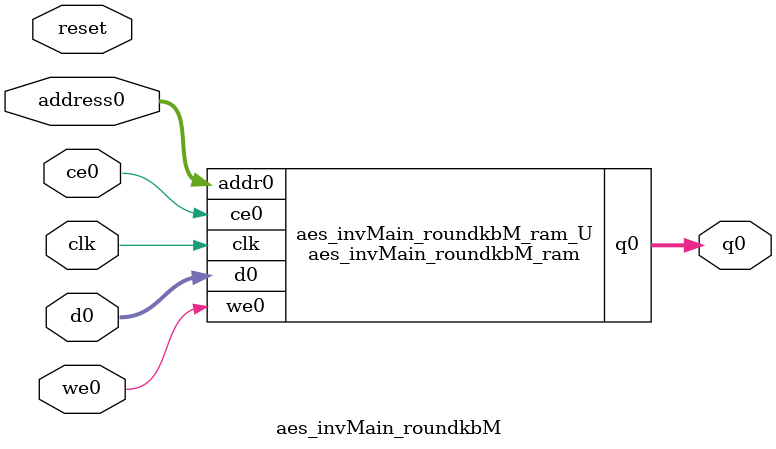
<source format=v>
`timescale 1 ns / 1 ps
module aes_invMain_roundkbM_ram (addr0, ce0, d0, we0, q0,  clk);

parameter DWIDTH = 8;
parameter AWIDTH = 4;
parameter MEM_SIZE = 16;

input[AWIDTH-1:0] addr0;
input ce0;
input[DWIDTH-1:0] d0;
input we0;
output reg[DWIDTH-1:0] q0;
input clk;

(* ram_style = "distributed" *)reg [DWIDTH-1:0] ram[0:MEM_SIZE-1];




always @(posedge clk)  
begin 
    if (ce0) begin
        if (we0) 
            ram[addr0] <= d0; 
        q0 <= ram[addr0];
    end
end


endmodule

`timescale 1 ns / 1 ps
module aes_invMain_roundkbM(
    reset,
    clk,
    address0,
    ce0,
    we0,
    d0,
    q0);

parameter DataWidth = 32'd8;
parameter AddressRange = 32'd16;
parameter AddressWidth = 32'd4;
input reset;
input clk;
input[AddressWidth - 1:0] address0;
input ce0;
input we0;
input[DataWidth - 1:0] d0;
output[DataWidth - 1:0] q0;



aes_invMain_roundkbM_ram aes_invMain_roundkbM_ram_U(
    .clk( clk ),
    .addr0( address0 ),
    .ce0( ce0 ),
    .we0( we0 ),
    .d0( d0 ),
    .q0( q0 ));

endmodule


</source>
